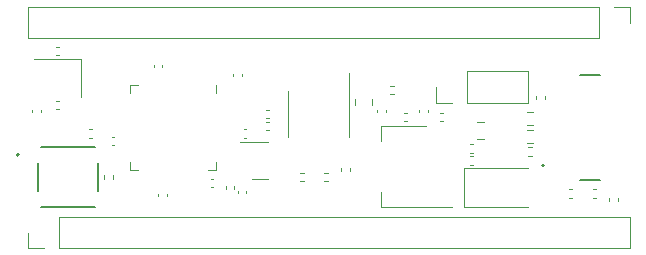
<source format=gbr>
%TF.GenerationSoftware,KiCad,Pcbnew,6.0.2+dfsg-1*%
%TF.CreationDate,2023-01-04T10:20:38-05:00*%
%TF.ProjectId,rp2040-basic-parts,72703230-3430-42d6-9261-7369632d7061,rev?*%
%TF.SameCoordinates,Original*%
%TF.FileFunction,Legend,Top*%
%TF.FilePolarity,Positive*%
%FSLAX46Y46*%
G04 Gerber Fmt 4.6, Leading zero omitted, Abs format (unit mm)*
G04 Created by KiCad (PCBNEW 6.0.2+dfsg-1) date 2023-01-04 10:20:38*
%MOMM*%
%LPD*%
G01*
G04 APERTURE LIST*
%ADD10C,0.127000*%
%ADD11C,0.200000*%
%ADD12C,0.120000*%
G04 APERTURE END LIST*
D10*
%TO.C,SW1*%
X123662000Y-117231000D02*
X119162000Y-117231000D01*
X123662000Y-112131000D02*
X119162000Y-112131000D01*
X118862000Y-113501000D02*
X118862000Y-115861000D01*
X123962000Y-115861000D02*
X123962000Y-113501000D01*
D11*
X117262000Y-112806000D02*
G75*
G03*
X117262000Y-112806000I-100000J0D01*
G01*
D12*
%TO.C,U1*%
X153960000Y-117202000D02*
X147950000Y-117202000D01*
X151710000Y-110382000D02*
X147950000Y-110382000D01*
X147950000Y-110382000D02*
X147950000Y-111642000D01*
X147950000Y-117202000D02*
X147950000Y-115942000D01*
%TO.C,C10*%
X120630836Y-103653000D02*
X120415164Y-103653000D01*
X120630836Y-104373000D02*
X120415164Y-104373000D01*
%TO.C,C8*%
X138195164Y-108987000D02*
X138410836Y-108987000D01*
X138195164Y-109707000D02*
X138410836Y-109707000D01*
%TO.C,R11*%
X148692359Y-106935000D02*
X148999641Y-106935000D01*
X148692359Y-107695000D02*
X148999641Y-107695000D01*
%TO.C,J2*%
X166370000Y-100270000D02*
X166370000Y-102930000D01*
X167640000Y-100270000D02*
X168970000Y-100270000D01*
X118050000Y-100270000D02*
X118050000Y-102930000D01*
X166370000Y-100270000D02*
X118050000Y-100270000D01*
X168970000Y-100270000D02*
X168970000Y-101600000D01*
X166370000Y-102930000D02*
X118050000Y-102930000D01*
%TO.C,U2*%
X122523000Y-104649000D02*
X118523000Y-104649000D01*
X122523000Y-107949000D02*
X122523000Y-104649000D01*
%TO.C,R8*%
X149833359Y-109981000D02*
X150140641Y-109981000D01*
X149833359Y-109221000D02*
X150140641Y-109221000D01*
%TO.C,C5*%
X147166000Y-108592252D02*
X147166000Y-108069748D01*
X145696000Y-108592252D02*
X145696000Y-108069748D01*
%TO.C,Q1*%
X137668000Y-114844000D02*
X137018000Y-114844000D01*
X137668000Y-111724000D02*
X135993000Y-111724000D01*
X137668000Y-114844000D02*
X138318000Y-114844000D01*
X137668000Y-111724000D02*
X138318000Y-111724000D01*
%TO.C,C1*%
X155467164Y-112924000D02*
X155682836Y-112924000D01*
X155467164Y-113644000D02*
X155682836Y-113644000D01*
%TO.C,C2*%
X156075748Y-110009000D02*
X156598252Y-110009000D01*
X156075748Y-111479000D02*
X156598252Y-111479000D01*
%TO.C,C13*%
X129392000Y-105390836D02*
X129392000Y-105175164D01*
X128672000Y-105390836D02*
X128672000Y-105175164D01*
%TO.C,C18*%
X123424836Y-110638000D02*
X123209164Y-110638000D01*
X123424836Y-111358000D02*
X123209164Y-111358000D01*
%TO.C,R9*%
X120676641Y-108205000D02*
X120369359Y-108205000D01*
X120676641Y-108965000D02*
X120369359Y-108965000D01*
%TO.C,U4*%
X145181000Y-109347000D02*
X145181000Y-105897000D01*
X140061000Y-109347000D02*
X140061000Y-111297000D01*
X145181000Y-109347000D02*
X145181000Y-111297000D01*
X140061000Y-109347000D02*
X140061000Y-107397000D01*
%TO.C,R1*%
X163803359Y-116458000D02*
X164110641Y-116458000D01*
X163803359Y-115698000D02*
X164110641Y-115698000D01*
%TO.C,R7*%
X153188641Y-109981000D02*
X152881359Y-109981000D01*
X153188641Y-109221000D02*
X152881359Y-109221000D01*
%TO.C,C16*%
X136290164Y-110638000D02*
X136505836Y-110638000D01*
X136290164Y-111358000D02*
X136505836Y-111358000D01*
%TO.C,R10*%
X124461000Y-114527359D02*
X124461000Y-114834641D01*
X125221000Y-114527359D02*
X125221000Y-114834641D01*
%TO.C,C12*%
X134768000Y-115462164D02*
X134768000Y-115677836D01*
X135488000Y-115462164D02*
X135488000Y-115677836D01*
%TO.C,R5*%
X143409641Y-115061000D02*
X143102359Y-115061000D01*
X143409641Y-114301000D02*
X143102359Y-114301000D01*
%TO.C,R13*%
X161037000Y-107796359D02*
X161037000Y-108103641D01*
X161797000Y-107796359D02*
X161797000Y-108103641D01*
%TO.C,C15*%
X133496164Y-115549000D02*
X133711836Y-115549000D01*
X133496164Y-114829000D02*
X133711836Y-114829000D01*
%TO.C,R12*%
X160374359Y-112142000D02*
X160681641Y-112142000D01*
X160374359Y-112902000D02*
X160681641Y-112902000D01*
%TO.C,D1*%
X154969000Y-113920000D02*
X154969000Y-117220000D01*
X154969000Y-117220000D02*
X160369000Y-117220000D01*
X154969000Y-113920000D02*
X160369000Y-113920000D01*
%TO.C,J3*%
X119380000Y-120710000D02*
X118050000Y-120710000D01*
X120650000Y-118050000D02*
X168970000Y-118050000D01*
X118050000Y-120710000D02*
X118050000Y-119380000D01*
X168970000Y-120710000D02*
X168970000Y-118050000D01*
X120650000Y-120710000D02*
X168970000Y-120710000D01*
X120650000Y-120710000D02*
X120650000Y-118050000D01*
%TO.C,C19*%
X136123000Y-106152836D02*
X136123000Y-105937164D01*
X135403000Y-106152836D02*
X135403000Y-105937164D01*
%TO.C,C4*%
X148315000Y-109200836D02*
X148315000Y-108985164D01*
X147595000Y-109200836D02*
X147595000Y-108985164D01*
%TO.C,U3*%
X126692000Y-106880000D02*
X127342000Y-106880000D01*
X126692000Y-113450000D02*
X126692000Y-114100000D01*
X126692000Y-107530000D02*
X126692000Y-106880000D01*
X133912000Y-114100000D02*
X133262000Y-114100000D01*
X133912000Y-113450000D02*
X133912000Y-114100000D01*
X133912000Y-107530000D02*
X133912000Y-106880000D01*
X126692000Y-114100000D02*
X127342000Y-114100000D01*
%TO.C,R4*%
X160290742Y-111774500D02*
X160765258Y-111774500D01*
X160290742Y-110729500D02*
X160765258Y-110729500D01*
%TO.C,R6*%
X141070359Y-114301000D02*
X141377641Y-114301000D01*
X141070359Y-115061000D02*
X141377641Y-115061000D01*
%TO.C,R2*%
X165835359Y-116458000D02*
X166142641Y-116458000D01*
X165835359Y-115698000D02*
X166142641Y-115698000D01*
%TO.C,C6*%
X136504000Y-115843164D02*
X136504000Y-116058836D01*
X135784000Y-115843164D02*
X135784000Y-116058836D01*
%TO.C,C9*%
X151151000Y-109200836D02*
X151151000Y-108985164D01*
X151871000Y-109200836D02*
X151871000Y-108985164D01*
%TO.C,C7*%
X125329836Y-111273000D02*
X125114164Y-111273000D01*
X125329836Y-111993000D02*
X125114164Y-111993000D01*
%TO.C,C17*%
X138195164Y-110723000D02*
X138410836Y-110723000D01*
X138195164Y-110003000D02*
X138410836Y-110003000D01*
%TO.C,C11*%
X118385000Y-108985164D02*
X118385000Y-109200836D01*
X119105000Y-108985164D02*
X119105000Y-109200836D01*
%TO.C,JP1*%
X155209000Y-105731000D02*
X160349000Y-105731000D01*
X160349000Y-108391000D02*
X160349000Y-105731000D01*
X152609000Y-108391000D02*
X152609000Y-107061000D01*
X155209000Y-108391000D02*
X160349000Y-108391000D01*
X153939000Y-108391000D02*
X152609000Y-108391000D01*
X155209000Y-108391000D02*
X155209000Y-105731000D01*
%TO.C,C3*%
X155467164Y-111908000D02*
X155682836Y-111908000D01*
X155467164Y-112628000D02*
X155682836Y-112628000D01*
%TO.C,R3*%
X160290742Y-110250500D02*
X160765258Y-110250500D01*
X160290742Y-109205500D02*
X160765258Y-109205500D01*
%TO.C,C14*%
X129773000Y-116097164D02*
X129773000Y-116312836D01*
X129053000Y-116097164D02*
X129053000Y-116312836D01*
%TO.C,C20*%
X144547000Y-113938164D02*
X144547000Y-114153836D01*
X145267000Y-113938164D02*
X145267000Y-114153836D01*
%TO.C,R14*%
X168020000Y-116739641D02*
X168020000Y-116432359D01*
X167260000Y-116739641D02*
X167260000Y-116432359D01*
D10*
%TO.C,J1*%
X164790000Y-106020000D02*
X166470000Y-106020000D01*
X164790000Y-114960000D02*
X166470000Y-114960000D01*
D11*
X161740000Y-113690000D02*
G75*
G03*
X161740000Y-113690000I-100000J0D01*
G01*
%TD*%
M02*

</source>
